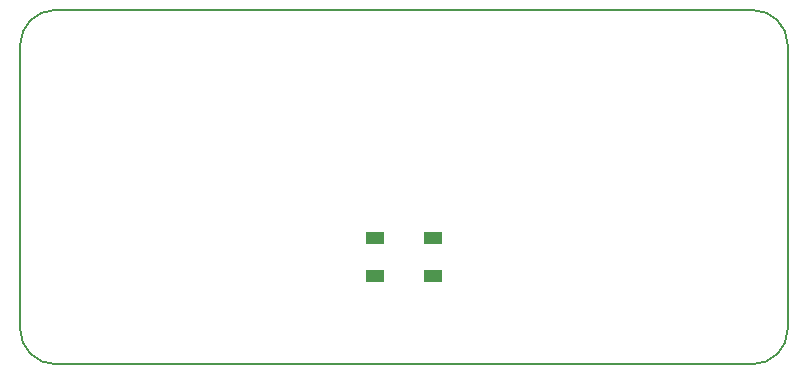
<source format=gbr>
%TF.GenerationSoftware,KiCad,Pcbnew,(5.1.5-0-10_14)*%
%TF.CreationDate,2020-02-24T01:19:29+01:00*%
%TF.ProjectId,raspberrypi_zerow_uhat,72617370-6265-4727-9279-70695f7a6572,1.0*%
%TF.SameCoordinates,Original*%
%TF.FileFunction,Paste,Top*%
%TF.FilePolarity,Positive*%
%FSLAX46Y46*%
G04 Gerber Fmt 4.6, Leading zero omitted, Abs format (unit mm)*
G04 Created by KiCad (PCBNEW (5.1.5-0-10_14)) date 2020-02-24 01:19:29*
%MOMM*%
%LPD*%
G04 APERTURE LIST*
%ADD10C,0.150000*%
%ADD11R,1.500000X1.000000*%
G04 APERTURE END LIST*
D10*
X160092000Y-96468000D02*
X160092000Y-120468000D01*
X157092000Y-123468000D02*
X98092000Y-123468000D01*
X156592000Y-93468000D02*
X157092000Y-93468000D01*
X98592000Y-93468000D02*
X98092000Y-93468000D01*
X95092000Y-120468000D02*
X95092000Y-96468000D01*
X160092000Y-120468000D02*
G75*
G02X157092000Y-123468000I-3000000J0D01*
G01*
X157092000Y-93468000D02*
G75*
G02X160092000Y-96468000I0J-3000000D01*
G01*
X95092000Y-96468000D02*
G75*
G02X98092000Y-93468000I3000000J0D01*
G01*
X98092000Y-123468000D02*
G75*
G02X95092000Y-120468000I0J3000000D01*
G01*
X156592000Y-93468000D02*
X98592000Y-93468000D01*
D11*
X125155000Y-112808400D03*
X125155000Y-116008400D03*
X130055000Y-112808400D03*
X130055000Y-116008400D03*
M02*

</source>
